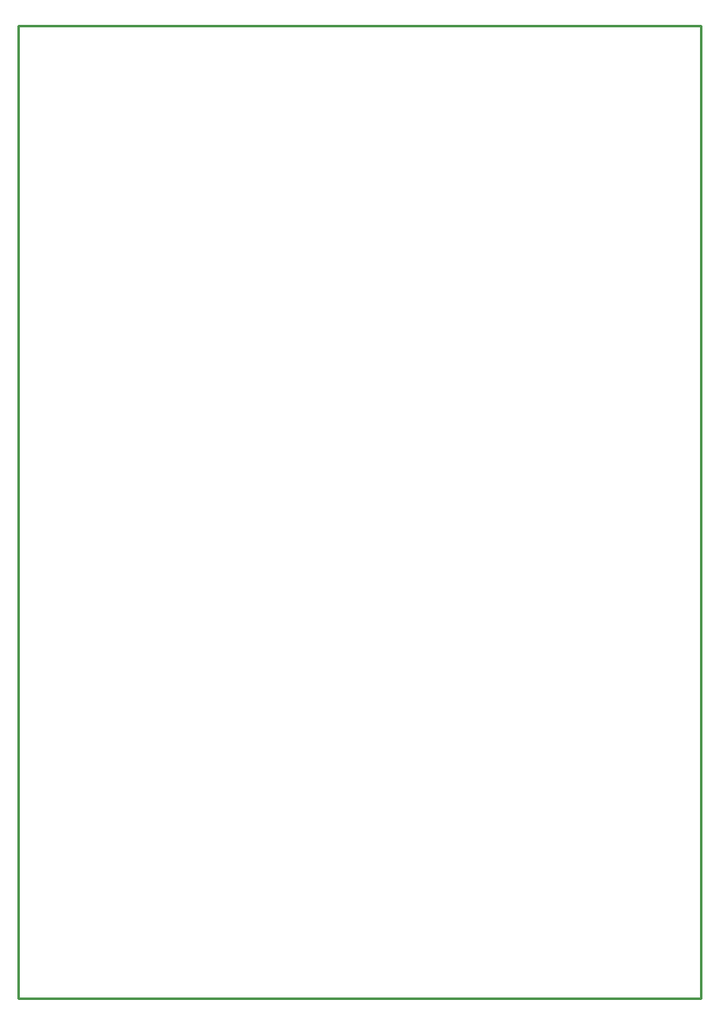
<source format=gm1>
G04*
G04 #@! TF.GenerationSoftware,Altium Limited,Altium Designer,19.0.4 (130)*
G04*
G04 Layer_Color=16711935*
%FSTAX25Y25*%
%MOIN*%
G70*
G01*
G75*
%ADD10C,0.01000*%
D10*
X0Y-0D02*
Y0391339D01*
X0274803D01*
Y0D02*
Y0391339D01*
X0Y-0D02*
X0274803Y0D01*
X0Y-0D02*
Y0391339D01*
X0274803D01*
Y0D02*
Y0391339D01*
X0Y-0D02*
X0274803Y0D01*
M02*

</source>
